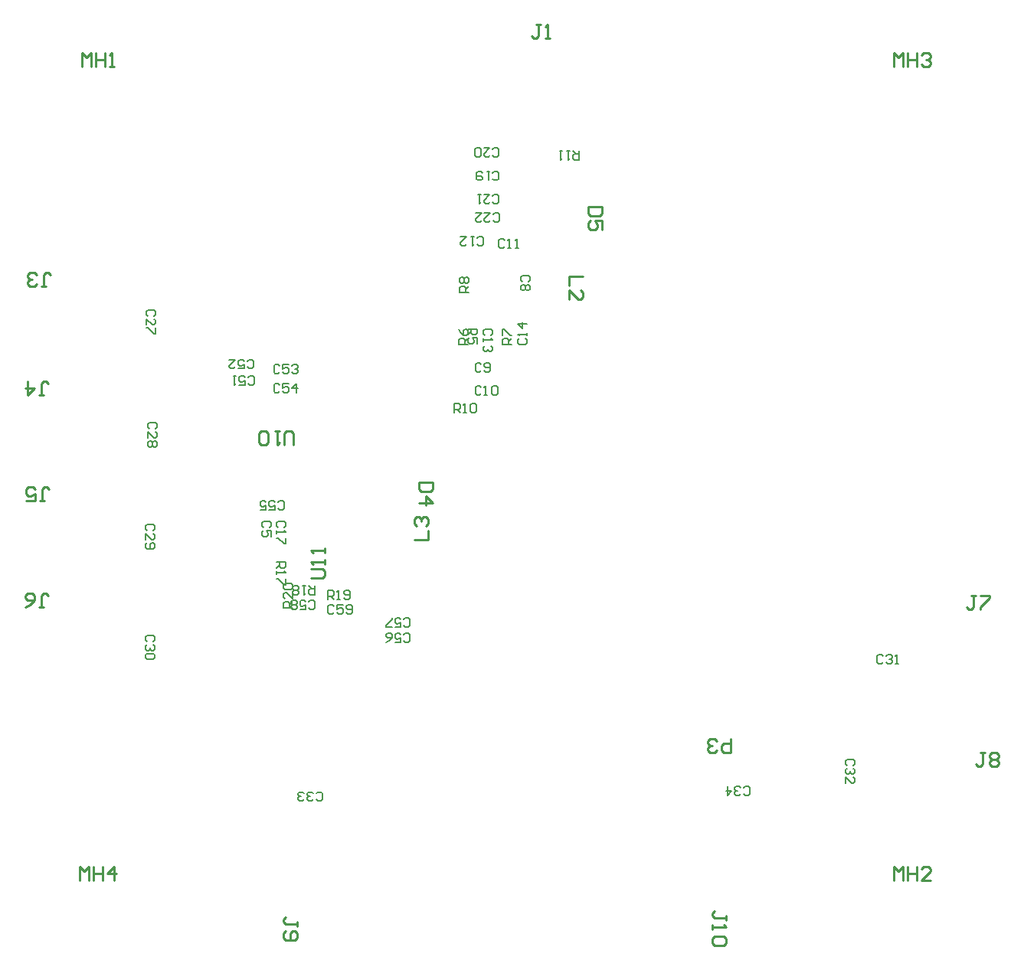
<source format=gbr>
%TF.GenerationSoftware,Altium Limited,Altium Designer,22.5.1 (42)*%
G04 Layer_Color=32768*
%FSLAX44Y44*%
%MOMM*%
%TF.SameCoordinates,FC5E5A78-ED25-47B3-91C5-E03428921660*%
%TF.FilePolarity,Positive*%
%TF.FileFunction,Other,Top_Designator*%
%TF.Part,Single*%
G01*
G75*
%TA.AperFunction,NonConductor*%
%ADD59C,0.2000*%
%ADD60C,0.2540*%
%ADD61C,0.1270*%
D59*
X-13665Y344669D02*
X-11999Y343003D01*
X-8666D01*
X-7000Y344669D01*
Y351334D01*
X-8666Y353000D01*
X-11999D01*
X-13665Y351334D01*
X-23661Y353000D02*
X-16997D01*
X-23661Y346335D01*
Y344669D01*
X-21995Y343003D01*
X-18663D01*
X-16997Y344669D01*
X-26994D02*
X-28660Y343003D01*
X-31992D01*
X-33658Y344669D01*
Y351334D01*
X-31992Y353000D01*
X-28660D01*
X-26994Y351334D01*
Y344669D01*
X-13665Y318669D02*
X-11998Y317003D01*
X-8666D01*
X-7000Y318669D01*
Y325334D01*
X-8666Y327000D01*
X-11998D01*
X-13665Y325334D01*
X-16997Y327000D02*
X-20329D01*
X-18663D01*
Y317003D01*
X-16997Y318669D01*
X-25327Y325334D02*
X-26994Y327000D01*
X-30326D01*
X-31992Y325334D01*
Y318669D01*
X-30326Y317003D01*
X-26994D01*
X-25327Y318669D01*
Y320336D01*
X-26994Y322002D01*
X-31992D01*
X-13665Y292669D02*
X-11999Y291003D01*
X-8666D01*
X-7000Y292669D01*
Y299334D01*
X-8666Y301000D01*
X-11999D01*
X-13665Y299334D01*
X-23661Y301000D02*
X-16997D01*
X-23661Y294335D01*
Y292669D01*
X-21995Y291003D01*
X-18663D01*
X-16997Y292669D01*
X-26994Y301000D02*
X-30326D01*
X-28660D01*
Y291003D01*
X-26994Y292669D01*
X-26335Y87788D02*
X-28002Y89454D01*
X-31334D01*
X-33000Y87788D01*
Y81124D01*
X-31334Y79457D01*
X-28002D01*
X-26335Y81124D01*
X-23003Y79457D02*
X-19671D01*
X-21337D01*
Y89454D01*
X-23003Y87788D01*
X-14673D02*
X-13006Y89454D01*
X-9674D01*
X-8008Y87788D01*
Y81124D01*
X-9674Y79457D01*
X-13006D01*
X-14673Y81124D01*
Y87788D01*
X-26335Y113331D02*
X-28002Y114997D01*
X-31334D01*
X-33000Y113331D01*
Y106666D01*
X-31334Y105000D01*
X-28002D01*
X-26335Y106666D01*
X-23003D02*
X-21337Y105000D01*
X-18005D01*
X-16339Y106666D01*
Y113331D01*
X-18005Y114997D01*
X-21337D01*
X-23003Y113331D01*
Y111664D01*
X-21337Y109998D01*
X-16339D01*
X-335Y250331D02*
X-2001Y251997D01*
X-5334D01*
X-7000Y250331D01*
Y243666D01*
X-5334Y242000D01*
X-2001D01*
X-335Y243666D01*
X2997Y242000D02*
X6329D01*
X4663D01*
Y251997D01*
X2997Y250331D01*
X11328Y242000D02*
X14660D01*
X12994D01*
Y251997D01*
X11328Y250331D01*
D60*
X85618Y210696D02*
X70382D01*
Y200539D01*
Y185304D02*
Y195461D01*
X80539Y185304D01*
X83078D01*
X85618Y187843D01*
Y192922D01*
X83078Y195461D01*
X106990Y288006D02*
X91755D01*
Y280388D01*
X94294Y277849D01*
X104451D01*
X106990Y280388D01*
Y288006D01*
Y262614D02*
Y272771D01*
X99373D01*
X101912Y267693D01*
Y265153D01*
X99373Y262614D01*
X94294D01*
X91755Y265153D01*
Y270232D01*
X94294Y272771D01*
X39000Y489618D02*
X33922D01*
X36461D01*
Y476922D01*
X33922Y474383D01*
X31383D01*
X28843Y476922D01*
X44078Y474383D02*
X49157D01*
X46618D01*
Y489618D01*
X44078Y487078D01*
X-79653Y-16994D02*
X-94888D01*
Y-24612D01*
X-92348Y-27151D01*
X-82192D01*
X-79653Y-24612D01*
Y-16994D01*
X-94888Y-39847D02*
X-79653D01*
X-87270Y-32229D01*
Y-42386D01*
X-230322Y-507879D02*
Y-502801D01*
Y-505340D01*
X-243018D01*
X-245557Y-502801D01*
Y-500262D01*
X-243018Y-497723D01*
Y-512958D02*
X-245557Y-515497D01*
Y-520575D01*
X-243018Y-523115D01*
X-232862D01*
X-230322Y-520575D01*
Y-515497D01*
X-232862Y-512958D01*
X-235401D01*
X-237940Y-515497D01*
Y-523115D01*
X-512461Y199882D02*
X-507382D01*
X-509921D01*
Y212578D01*
X-507382Y215117D01*
X-504843D01*
X-502304Y212578D01*
X-517539Y202422D02*
X-520078Y199882D01*
X-525157D01*
X-527696Y202422D01*
Y204961D01*
X-525157Y207500D01*
X-522617D01*
X-525157D01*
X-527696Y210039D01*
Y212578D01*
X-525157Y215117D01*
X-520078D01*
X-517539Y212578D01*
X-514961Y79882D02*
X-509882D01*
X-512421D01*
Y92578D01*
X-509882Y95118D01*
X-507343D01*
X-504804Y92578D01*
X-527657Y95118D02*
Y79882D01*
X-520039Y87500D01*
X-530196D01*
X-514461Y-37617D02*
X-509382D01*
X-511922D01*
Y-24922D01*
X-509382Y-22383D01*
X-506843D01*
X-504304Y-24922D01*
X-529696Y-37617D02*
X-519539D01*
Y-30000D01*
X-524617Y-32539D01*
X-527157D01*
X-529696Y-30000D01*
Y-24922D01*
X-527157Y-22383D01*
X-522078D01*
X-519539Y-24922D01*
X-514961Y-155118D02*
X-509882D01*
X-512421D01*
Y-142422D01*
X-509882Y-139882D01*
X-507343D01*
X-504804Y-142422D01*
X-530196Y-155118D02*
X-525117Y-152578D01*
X-520039Y-147500D01*
Y-142422D01*
X-522578Y-139882D01*
X-527657D01*
X-530196Y-142422D01*
Y-144961D01*
X-527657Y-147500D01*
X-520039D01*
X519961Y-142382D02*
X514883D01*
X517422D01*
Y-155078D01*
X514883Y-157618D01*
X512343D01*
X509804Y-155078D01*
X525039Y-142382D02*
X535196D01*
Y-144922D01*
X525039Y-155078D01*
Y-157618D01*
X530201Y-315522D02*
X525122D01*
X527662D01*
Y-328218D01*
X525122Y-330757D01*
X522583D01*
X520044Y-328218D01*
X535279Y-318062D02*
X537818Y-315522D01*
X542897D01*
X545436Y-318062D01*
Y-320601D01*
X542897Y-323140D01*
X545436Y-325679D01*
Y-328218D01*
X542897Y-330757D01*
X537818D01*
X535279Y-328218D01*
Y-325679D01*
X537818Y-323140D01*
X535279Y-320601D01*
Y-318062D01*
X537818Y-323140D02*
X542897D01*
X244228Y-501603D02*
Y-496525D01*
Y-499064D01*
X231532D01*
X228993Y-496525D01*
Y-493985D01*
X231532Y-491446D01*
X228993Y-506681D02*
Y-511760D01*
Y-509220D01*
X244228D01*
X241688Y-506681D01*
Y-519377D02*
X244228Y-521916D01*
Y-526995D01*
X241688Y-529534D01*
X231532D01*
X228993Y-526995D01*
Y-521916D01*
X231532Y-519377D01*
X241688D01*
X-100618Y-80176D02*
X-85382D01*
Y-70019D01*
X-98078Y-64941D02*
X-100618Y-62402D01*
Y-57323D01*
X-98078Y-54784D01*
X-95539D01*
X-93000Y-57323D01*
Y-59862D01*
Y-57323D01*
X-90461Y-54784D01*
X-87922D01*
X-85382Y-57323D01*
Y-62402D01*
X-87922Y-64941D01*
X-214825Y-123210D02*
X-202129D01*
X-199590Y-120671D01*
Y-115592D01*
X-202129Y-113053D01*
X-214825D01*
X-199590Y-107975D02*
Y-102897D01*
Y-105436D01*
X-214825D01*
X-212286Y-107975D01*
X-199590Y-95279D02*
Y-90201D01*
Y-92740D01*
X-214825D01*
X-212286Y-95279D01*
X-234075Y24383D02*
Y37078D01*
X-236614Y39618D01*
X-241693D01*
X-244232Y37078D01*
Y24383D01*
X-249310Y39618D02*
X-254389D01*
X-251849D01*
Y24383D01*
X-249310Y26922D01*
X-262006D02*
X-264545Y24383D01*
X-269624D01*
X-272163Y26922D01*
Y37078D01*
X-269624Y39618D01*
X-264545D01*
X-262006Y37078D01*
Y26922D01*
X249196Y-300632D02*
Y-315867D01*
X241579D01*
X239039Y-313328D01*
Y-308250D01*
X241579Y-305711D01*
X249196D01*
X233961Y-313328D02*
X231422Y-315867D01*
X226343D01*
X223804Y-313328D01*
Y-310789D01*
X226343Y-308250D01*
X228883D01*
X226343D01*
X223804Y-305711D01*
Y-303172D01*
X226343Y-300632D01*
X231422D01*
X233961Y-303172D01*
X-470313Y-457617D02*
Y-442383D01*
X-465235Y-447461D01*
X-460157Y-442383D01*
Y-457617D01*
X-455078Y-442383D02*
Y-457617D01*
Y-450000D01*
X-444922D01*
Y-442383D01*
Y-457617D01*
X-432226D02*
Y-442383D01*
X-439843Y-450000D01*
X-429687D01*
X429687Y442383D02*
Y457617D01*
X434765Y452539D01*
X439843Y457617D01*
Y442383D01*
X444922Y457617D02*
Y442383D01*
Y450000D01*
X455078D01*
Y457617D01*
Y442383D01*
X460157Y455078D02*
X462696Y457617D01*
X467774D01*
X470313Y455078D01*
Y452539D01*
X467774Y450000D01*
X465235D01*
X467774D01*
X470313Y447461D01*
Y444922D01*
X467774Y442383D01*
X462696D01*
X460157Y444922D01*
X429687Y-457617D02*
Y-442383D01*
X434765Y-447461D01*
X439843Y-442383D01*
Y-457617D01*
X444922Y-442383D02*
Y-457617D01*
Y-450000D01*
X455078D01*
Y-442383D01*
Y-457617D01*
X470313D02*
X460157D01*
X470313Y-447461D01*
Y-444922D01*
X467774Y-442383D01*
X462696D01*
X460157Y-444922D01*
X-467774Y442383D02*
Y457617D01*
X-462696Y452539D01*
X-457617Y457617D01*
Y442383D01*
X-452539Y457617D02*
Y442383D01*
Y450000D01*
X-442382D01*
Y457617D01*
Y442383D01*
X-437304D02*
X-432226D01*
X-434765D01*
Y457617D01*
X-437304Y455078D01*
D61*
X-56480Y60270D02*
Y70267D01*
X-51481D01*
X-49815Y68601D01*
Y65269D01*
X-51481Y63602D01*
X-56480D01*
X-53148D02*
X-49815Y60270D01*
X-46483D02*
X-43151D01*
X-44817D01*
Y70267D01*
X-46483Y68601D01*
X-38152D02*
X-36486Y70267D01*
X-33154D01*
X-31488Y68601D01*
Y61936D01*
X-33154Y60270D01*
X-36486D01*
X-38152Y61936D01*
Y68601D01*
X-16107Y145708D02*
X-14441Y147374D01*
Y150706D01*
X-16107Y152372D01*
X-22771D01*
X-24437Y150706D01*
Y147374D01*
X-22771Y145708D01*
X-24437Y142376D02*
Y139043D01*
Y140709D01*
X-14441D01*
X-16107Y142376D01*
Y134045D02*
X-14441Y132379D01*
Y129047D01*
X-16107Y127381D01*
X-17773D01*
X-19439Y129047D01*
Y130713D01*
Y129047D01*
X-21105Y127381D01*
X-22771D01*
X-24437Y129047D01*
Y132379D01*
X-22771Y134045D01*
X-40730Y152688D02*
X-30733D01*
Y147689D01*
X-32399Y146023D01*
X-35732D01*
X-37398Y147689D01*
Y152688D01*
Y149355D02*
X-40730Y146023D01*
X-30733Y136026D02*
Y142691D01*
X-35732D01*
X-34065Y139358D01*
Y137692D01*
X-35732Y136026D01*
X-39064D01*
X-40730Y137692D01*
Y141025D01*
X-39064Y142691D01*
X7065Y135227D02*
X-2932D01*
Y140226D01*
X-1266Y141892D01*
X2067D01*
X3733Y140226D01*
Y135227D01*
Y138560D02*
X7065Y141892D01*
X-2932Y145224D02*
Y151889D01*
X-1266D01*
X5399Y145224D01*
X7065D01*
X-41313Y135270D02*
X-51309D01*
Y140268D01*
X-49643Y141934D01*
X-46311D01*
X-44645Y140268D01*
Y135270D01*
Y138602D02*
X-41313Y141934D01*
X-51309Y151931D02*
X-49643Y148599D01*
X-46311Y145267D01*
X-42979D01*
X-41313Y146933D01*
Y150265D01*
X-42979Y151931D01*
X-44645D01*
X-46311Y150265D01*
Y145267D01*
X15399Y141792D02*
X13733Y140126D01*
Y136794D01*
X15399Y135128D01*
X22064D01*
X23730Y136794D01*
Y140126D01*
X22064Y141792D01*
X23730Y145124D02*
Y148457D01*
Y146791D01*
X13733D01*
X15399Y145124D01*
X23730Y158453D02*
X13733D01*
X18731Y153455D01*
Y160119D01*
X-40563Y193270D02*
X-50559D01*
Y198268D01*
X-48893Y199935D01*
X-45561D01*
X-43895Y198268D01*
Y193270D01*
Y196602D02*
X-40563Y199935D01*
X-48893Y203267D02*
X-50559Y204933D01*
Y208265D01*
X-48893Y209931D01*
X-47227D01*
X-45561Y208265D01*
X-43895Y209931D01*
X-42229D01*
X-40563Y208265D01*
Y204933D01*
X-42229Y203267D01*
X-43895D01*
X-45561Y204933D01*
X-47227Y203267D01*
X-48893D01*
X-45561Y204933D02*
Y208265D01*
X26003Y205065D02*
X27669Y206732D01*
Y210064D01*
X26003Y211730D01*
X19339D01*
X17673Y210064D01*
Y206732D01*
X19339Y205065D01*
X26003Y201733D02*
X27669Y200067D01*
Y196735D01*
X26003Y195069D01*
X24337D01*
X22671Y196735D01*
X21005Y195069D01*
X19339D01*
X17673Y196735D01*
Y200067D01*
X19339Y201733D01*
X21005D01*
X22671Y200067D01*
X24337Y201733D01*
X26003D01*
X22671Y200067D02*
Y196735D01*
X-30935Y246552D02*
X-29269Y244886D01*
X-25936D01*
X-24270Y246552D01*
Y253216D01*
X-25936Y254883D01*
X-29269D01*
X-30935Y253216D01*
X-34267Y254883D02*
X-37599D01*
X-35933D01*
Y244886D01*
X-34267Y246552D01*
X-49262Y254883D02*
X-42597D01*
X-49262Y248218D01*
Y246552D01*
X-47596Y244886D01*
X-44264D01*
X-42597Y246552D01*
X417935Y-209399D02*
X416269Y-207733D01*
X412936D01*
X411270Y-209399D01*
Y-216064D01*
X412936Y-217730D01*
X416269D01*
X417935Y-216064D01*
X421267Y-209399D02*
X422933Y-207733D01*
X426265D01*
X427931Y-209399D01*
Y-211065D01*
X426265Y-212731D01*
X424599D01*
X426265D01*
X427931Y-214398D01*
Y-216064D01*
X426265Y-217730D01*
X422933D01*
X421267Y-216064D01*
X431264Y-217730D02*
X434596D01*
X432930D01*
Y-207733D01*
X431264Y-209399D01*
X-12935Y272399D02*
X-11269Y270733D01*
X-7936D01*
X-6270Y272399D01*
Y279064D01*
X-7936Y280730D01*
X-11269D01*
X-12935Y279064D01*
X-22931Y280730D02*
X-16267D01*
X-22931Y274065D01*
Y272399D01*
X-21265Y270733D01*
X-17933D01*
X-16267Y272399D01*
X-32928Y280730D02*
X-26264D01*
X-32928Y274065D01*
Y272399D01*
X-31262Y270733D01*
X-27930D01*
X-26264Y272399D01*
X81730Y349772D02*
Y339776D01*
X76732D01*
X75065Y341442D01*
Y344774D01*
X76732Y346440D01*
X81730D01*
X78398D02*
X75065Y349772D01*
X71733D02*
X68401D01*
X70067D01*
Y339776D01*
X71733Y341442D01*
X63403Y349772D02*
X60070D01*
X61736D01*
Y339776D01*
X63403Y341442D01*
X263815Y-361351D02*
X265481Y-363017D01*
X268814D01*
X270480Y-361351D01*
Y-354686D01*
X268814Y-353020D01*
X265481D01*
X263815Y-354686D01*
X260483Y-361351D02*
X258817Y-363017D01*
X255485D01*
X253819Y-361351D01*
Y-359685D01*
X255485Y-358018D01*
X257151D01*
X255485D01*
X253819Y-356352D01*
Y-354686D01*
X255485Y-353020D01*
X258817D01*
X260483Y-354686D01*
X245488Y-353020D02*
Y-363017D01*
X250486Y-358018D01*
X243822D01*
X-111934Y-191893D02*
X-110268Y-193559D01*
X-106936D01*
X-105270Y-191893D01*
Y-185229D01*
X-106936Y-183563D01*
X-110268D01*
X-111934Y-185229D01*
X-121931Y-193559D02*
X-115267D01*
Y-188561D01*
X-118599Y-190227D01*
X-120265D01*
X-121931Y-188561D01*
Y-185229D01*
X-120265Y-183563D01*
X-116933D01*
X-115267Y-185229D01*
X-131928Y-193559D02*
X-128596Y-191893D01*
X-125264Y-188561D01*
Y-185229D01*
X-126930Y-183563D01*
X-130262D01*
X-131928Y-185229D01*
Y-186895D01*
X-130262Y-188561D01*
X-125264D01*
X-111934Y-175601D02*
X-110268Y-177267D01*
X-106936D01*
X-105270Y-175601D01*
Y-168936D01*
X-106936Y-167270D01*
X-110268D01*
X-111934Y-168936D01*
X-121931Y-177267D02*
X-115267D01*
Y-172268D01*
X-118599Y-173934D01*
X-120265D01*
X-121931Y-172268D01*
Y-168936D01*
X-120265Y-167270D01*
X-116933D01*
X-115267Y-168936D01*
X-125264Y-177267D02*
X-131928D01*
Y-175601D01*
X-125264Y-168936D01*
Y-167270D01*
X-189323Y-154442D02*
X-190989Y-152776D01*
X-194321D01*
X-195987Y-154442D01*
Y-161106D01*
X-194321Y-162773D01*
X-190989D01*
X-189323Y-161106D01*
X-179326Y-152776D02*
X-185991D01*
Y-157774D01*
X-182658Y-156108D01*
X-180992D01*
X-179326Y-157774D01*
Y-161106D01*
X-180992Y-162773D01*
X-184324D01*
X-185991Y-161106D01*
X-175994D02*
X-174328Y-162773D01*
X-170996D01*
X-169329Y-161106D01*
Y-154442D01*
X-170996Y-152776D01*
X-174328D01*
X-175994Y-154442D01*
Y-156108D01*
X-174328Y-157774D01*
X-169329D01*
X-196187Y-146730D02*
Y-136733D01*
X-191189D01*
X-189523Y-138399D01*
Y-141732D01*
X-191189Y-143398D01*
X-196187D01*
X-192855D02*
X-189523Y-146730D01*
X-186191D02*
X-182859D01*
X-184525D01*
Y-136733D01*
X-186191Y-138399D01*
X-177860Y-145064D02*
X-176194Y-146730D01*
X-172862D01*
X-171196Y-145064D01*
Y-138399D01*
X-172862Y-136733D01*
X-176194D01*
X-177860Y-138399D01*
Y-140065D01*
X-176194Y-141732D01*
X-171196D01*
X-216935Y-155893D02*
X-215269Y-157559D01*
X-211936D01*
X-210270Y-155893D01*
Y-149229D01*
X-211936Y-147563D01*
X-215269D01*
X-216935Y-149229D01*
X-226931Y-157559D02*
X-220267D01*
Y-152561D01*
X-223599Y-154227D01*
X-225265D01*
X-226931Y-152561D01*
Y-149229D01*
X-225265Y-147563D01*
X-221933D01*
X-220267Y-149229D01*
X-230264Y-155893D02*
X-231930Y-157559D01*
X-235262D01*
X-236928Y-155893D01*
Y-154227D01*
X-235262Y-152561D01*
X-236928Y-150895D01*
Y-149229D01*
X-235262Y-147563D01*
X-231930D01*
X-230264Y-149229D01*
Y-150895D01*
X-231930Y-152561D01*
X-230264Y-154227D01*
Y-155893D01*
X-231930Y-152561D02*
X-235262D01*
X-210270Y-131270D02*
Y-141267D01*
X-215269D01*
X-216935Y-139601D01*
Y-136269D01*
X-215269Y-134602D01*
X-210270D01*
X-213602D02*
X-216935Y-131270D01*
X-220267D02*
X-223599D01*
X-221933D01*
Y-141267D01*
X-220267Y-139601D01*
X-228598D02*
X-230264Y-141267D01*
X-233596D01*
X-235262Y-139601D01*
Y-137935D01*
X-233596Y-136269D01*
X-235262Y-134602D01*
Y-132936D01*
X-233596Y-131270D01*
X-230264D01*
X-228598Y-132936D01*
Y-134602D01*
X-230264Y-136269D01*
X-228598Y-137935D01*
Y-139601D01*
X-230264Y-136269D02*
X-233596D01*
X-235163Y-155730D02*
X-245159D01*
Y-150732D01*
X-243493Y-149066D01*
X-240161D01*
X-238495Y-150732D01*
Y-155730D01*
Y-152398D02*
X-235163Y-149066D01*
Y-139069D02*
Y-145733D01*
X-241827Y-139069D01*
X-243493D01*
X-245159Y-140735D01*
Y-144067D01*
X-243493Y-145733D01*
Y-135736D02*
X-245159Y-134070D01*
Y-130738D01*
X-243493Y-129072D01*
X-236829D01*
X-235163Y-130738D01*
Y-134070D01*
X-236829Y-135736D01*
X-243493D01*
X-252730Y-105270D02*
X-242733D01*
Y-110268D01*
X-244399Y-111935D01*
X-247731D01*
X-249398Y-110268D01*
Y-105270D01*
Y-108602D02*
X-252730Y-111935D01*
Y-115267D02*
Y-118599D01*
Y-116933D01*
X-242733D01*
X-244399Y-115267D01*
X-242733Y-123597D02*
Y-130262D01*
X-244399D01*
X-251064Y-123597D01*
X-252730D01*
X-244092Y-66827D02*
X-242426Y-65161D01*
Y-61829D01*
X-244092Y-60163D01*
X-250756D01*
X-252422Y-61829D01*
Y-65161D01*
X-250756Y-66827D01*
X-252422Y-70159D02*
Y-73492D01*
Y-71826D01*
X-242426D01*
X-244092Y-70159D01*
X-242426Y-78490D02*
Y-85155D01*
X-244092D01*
X-250756Y-78490D01*
X-252422D01*
X-260384Y-66827D02*
X-258718Y-65161D01*
Y-61829D01*
X-260384Y-60163D01*
X-267049D01*
X-268715Y-61829D01*
Y-65161D01*
X-267049Y-66827D01*
X-258718Y-76824D02*
Y-70159D01*
X-263717D01*
X-262050Y-73492D01*
Y-75158D01*
X-263717Y-76824D01*
X-267049D01*
X-268715Y-75158D01*
Y-71825D01*
X-267049Y-70159D01*
X-250935Y-45601D02*
X-249268Y-47267D01*
X-245936D01*
X-244270Y-45601D01*
Y-38936D01*
X-245936Y-37270D01*
X-249268D01*
X-250935Y-38936D01*
X-260931Y-47267D02*
X-254267D01*
Y-42269D01*
X-257599Y-43935D01*
X-259265D01*
X-260931Y-42269D01*
Y-38936D01*
X-259265Y-37270D01*
X-255933D01*
X-254267Y-38936D01*
X-270928Y-47267D02*
X-264264D01*
Y-42269D01*
X-267596Y-43935D01*
X-269262D01*
X-270928Y-42269D01*
Y-38936D01*
X-269262Y-37270D01*
X-265930D01*
X-264264Y-38936D01*
X-208935Y-367851D02*
X-207269Y-369517D01*
X-203936D01*
X-202270Y-367851D01*
Y-361186D01*
X-203936Y-359520D01*
X-207269D01*
X-208935Y-361186D01*
X-212267Y-367851D02*
X-213933Y-369517D01*
X-217265D01*
X-218931Y-367851D01*
Y-366185D01*
X-217265Y-364519D01*
X-215599D01*
X-217265D01*
X-218931Y-362852D01*
Y-361186D01*
X-217265Y-359520D01*
X-213933D01*
X-212267Y-361186D01*
X-222264Y-367851D02*
X-223930Y-369517D01*
X-227262D01*
X-228928Y-367851D01*
Y-366185D01*
X-227262Y-364519D01*
X-225596D01*
X-227262D01*
X-228928Y-362852D01*
Y-361186D01*
X-227262Y-359520D01*
X-223930D01*
X-222264Y-361186D01*
X-388217Y167065D02*
X-386551Y168731D01*
Y172064D01*
X-388217Y173730D01*
X-394881D01*
X-396547Y172064D01*
Y168731D01*
X-394881Y167065D01*
X-396547Y157069D02*
Y163733D01*
X-389883Y157069D01*
X-388217D01*
X-386551Y158735D01*
Y162067D01*
X-388217Y163733D01*
X-386551Y153736D02*
Y147072D01*
X-388217D01*
X-394881Y153736D01*
X-396547D01*
X-386899Y42065D02*
X-385233Y43731D01*
Y47064D01*
X-386899Y48730D01*
X-393564D01*
X-395230Y47064D01*
Y43731D01*
X-393564Y42065D01*
X-395230Y32069D02*
Y38733D01*
X-388565Y32069D01*
X-386899D01*
X-385233Y33735D01*
Y37067D01*
X-386899Y38733D01*
Y28736D02*
X-385233Y27070D01*
Y23738D01*
X-386899Y22072D01*
X-388565D01*
X-390232Y23738D01*
X-391898Y22072D01*
X-393564D01*
X-395230Y23738D01*
Y27070D01*
X-393564Y28736D01*
X-391898D01*
X-390232Y27070D01*
X-388565Y28736D01*
X-386899D01*
X-390232Y27070D02*
Y23738D01*
X-389399Y-192935D02*
X-387733Y-191269D01*
Y-187936D01*
X-389399Y-186270D01*
X-396064D01*
X-397730Y-187936D01*
Y-191269D01*
X-396064Y-192935D01*
X-389399Y-196267D02*
X-387733Y-197933D01*
Y-201265D01*
X-389399Y-202931D01*
X-391065D01*
X-392732Y-201265D01*
Y-199599D01*
Y-201265D01*
X-394398Y-202931D01*
X-396064D01*
X-397730Y-201265D01*
Y-197933D01*
X-396064Y-196267D01*
X-389399Y-206264D02*
X-387733Y-207930D01*
Y-211262D01*
X-389399Y-212928D01*
X-396064D01*
X-397730Y-211262D01*
Y-207930D01*
X-396064Y-206264D01*
X-389399D01*
Y-70435D02*
X-387733Y-68769D01*
Y-65436D01*
X-389399Y-63770D01*
X-396064D01*
X-397730Y-65436D01*
Y-68769D01*
X-396064Y-70435D01*
X-397730Y-80431D02*
Y-73767D01*
X-391065Y-80431D01*
X-389399D01*
X-387733Y-78765D01*
Y-75433D01*
X-389399Y-73767D01*
X-396064Y-83764D02*
X-397730Y-85430D01*
Y-88762D01*
X-396064Y-90428D01*
X-389399D01*
X-387733Y-88762D01*
Y-85430D01*
X-389399Y-83764D01*
X-391065D01*
X-392732Y-85430D01*
Y-90428D01*
X-249065Y111601D02*
X-250732Y113267D01*
X-254064D01*
X-255730Y111601D01*
Y104936D01*
X-254064Y103270D01*
X-250732D01*
X-249065Y104936D01*
X-239069Y113267D02*
X-245733D01*
Y108268D01*
X-242401Y109935D01*
X-240735D01*
X-239069Y108268D01*
Y104936D01*
X-240735Y103270D01*
X-244067D01*
X-245733Y104936D01*
X-235736Y111601D02*
X-234070Y113267D01*
X-230738D01*
X-229072Y111601D01*
Y109935D01*
X-230738Y108268D01*
X-232404D01*
X-230738D01*
X-229072Y106602D01*
Y104936D01*
X-230738Y103270D01*
X-234070D01*
X-235736Y104936D01*
X-284935Y110399D02*
X-283269Y108733D01*
X-279936D01*
X-278270Y110399D01*
Y117064D01*
X-279936Y118730D01*
X-283269D01*
X-284935Y117064D01*
X-294931Y108733D02*
X-288267D01*
Y113731D01*
X-291599Y112065D01*
X-293265D01*
X-294931Y113731D01*
Y117064D01*
X-293265Y118730D01*
X-289933D01*
X-288267Y117064D01*
X-304928Y118730D02*
X-298264D01*
X-304928Y112065D01*
Y110399D01*
X-303262Y108733D01*
X-299930D01*
X-298264Y110399D01*
X-283935Y92399D02*
X-282269Y90733D01*
X-278936D01*
X-277270Y92399D01*
Y99064D01*
X-278936Y100730D01*
X-282269D01*
X-283935Y99064D01*
X-293931Y90733D02*
X-287267D01*
Y95731D01*
X-290599Y94065D01*
X-292265D01*
X-293931Y95731D01*
Y99064D01*
X-292265Y100730D01*
X-288933D01*
X-287267Y99064D01*
X-297264Y100730D02*
X-300596D01*
X-298930D01*
Y90733D01*
X-297264Y92399D01*
X-249065Y90601D02*
X-250732Y92267D01*
X-254064D01*
X-255730Y90601D01*
Y83936D01*
X-254064Y82270D01*
X-250732D01*
X-249065Y83936D01*
X-239069Y92267D02*
X-245733D01*
Y87268D01*
X-242401Y88935D01*
X-240735D01*
X-239069Y87268D01*
Y83936D01*
X-240735Y82270D01*
X-244067D01*
X-245733Y83936D01*
X-230738Y82270D02*
Y92267D01*
X-235736Y87268D01*
X-229072D01*
X384601Y-329935D02*
X386267Y-328269D01*
Y-324936D01*
X384601Y-323270D01*
X377936D01*
X376270Y-324936D01*
Y-328269D01*
X377936Y-329935D01*
X384601Y-333267D02*
X386267Y-334933D01*
Y-338265D01*
X384601Y-339931D01*
X382935D01*
X381269Y-338265D01*
Y-336599D01*
Y-338265D01*
X379602Y-339931D01*
X377936D01*
X376270Y-338265D01*
Y-334933D01*
X377936Y-333267D01*
X376270Y-349928D02*
Y-343264D01*
X382935Y-349928D01*
X384601D01*
X386267Y-348262D01*
Y-344930D01*
X384601Y-343264D01*
%TF.MD5,ce293f382c5f5ba1f3eafe1cd699783a*%
M02*

</source>
